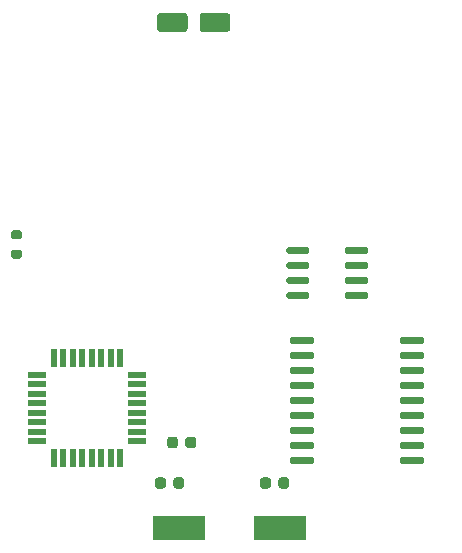
<source format=gbr>
%TF.GenerationSoftware,KiCad,Pcbnew,5.1.9+dfsg1-1+deb11u1*%
%TF.CreationDate,2022-11-12T21:31:23+01:00*%
%TF.ProjectId,ultrasonic_board,756c7472-6173-46f6-9e69-635f626f6172,rev?*%
%TF.SameCoordinates,PX8b48bd0PY4eb9cf0*%
%TF.FileFunction,Paste,Top*%
%TF.FilePolarity,Positive*%
%FSLAX46Y46*%
G04 Gerber Fmt 4.6, Leading zero omitted, Abs format (unit mm)*
G04 Created by KiCad (PCBNEW 5.1.9+dfsg1-1+deb11u1) date 2022-11-12 21:31:23*
%MOMM*%
%LPD*%
G01*
G04 APERTURE LIST*
%ADD10R,1.600000X0.550000*%
%ADD11R,0.550000X1.600000*%
%ADD12R,4.500000X2.000000*%
G04 APERTURE END LIST*
%TO.C,C1*%
G36*
G01*
X7575000Y-13593000D02*
X7575000Y-14093000D01*
G75*
G02*
X7350000Y-14318000I-225000J0D01*
G01*
X6900000Y-14318000D01*
G75*
G02*
X6675000Y-14093000I0J225000D01*
G01*
X6675000Y-13593000D01*
G75*
G02*
X6900000Y-13368000I225000J0D01*
G01*
X7350000Y-13368000D01*
G75*
G02*
X7575000Y-13593000I0J-225000D01*
G01*
G37*
G36*
G01*
X6025000Y-13593000D02*
X6025000Y-14093000D01*
G75*
G02*
X5800000Y-14318000I-225000J0D01*
G01*
X5350000Y-14318000D01*
G75*
G02*
X5125000Y-14093000I0J225000D01*
G01*
X5125000Y-13593000D01*
G75*
G02*
X5350000Y-13368000I225000J0D01*
G01*
X5800000Y-13368000D01*
G75*
G02*
X6025000Y-13593000I0J-225000D01*
G01*
G37*
%TD*%
%TO.C,C2*%
G36*
G01*
X-2865000Y-13593000D02*
X-2865000Y-14093000D01*
G75*
G02*
X-3090000Y-14318000I-225000J0D01*
G01*
X-3540000Y-14318000D01*
G75*
G02*
X-3765000Y-14093000I0J225000D01*
G01*
X-3765000Y-13593000D01*
G75*
G02*
X-3540000Y-13368000I225000J0D01*
G01*
X-3090000Y-13368000D01*
G75*
G02*
X-2865000Y-13593000I0J-225000D01*
G01*
G37*
G36*
G01*
X-1315000Y-13593000D02*
X-1315000Y-14093000D01*
G75*
G02*
X-1540000Y-14318000I-225000J0D01*
G01*
X-1990000Y-14318000D01*
G75*
G02*
X-2215000Y-14093000I0J225000D01*
G01*
X-2215000Y-13593000D01*
G75*
G02*
X-1990000Y-13368000I225000J0D01*
G01*
X-1540000Y-13368000D01*
G75*
G02*
X-1315000Y-13593000I0J-225000D01*
G01*
G37*
%TD*%
%TO.C,C3*%
G36*
G01*
X-3608000Y24596000D02*
X-3608000Y25696000D01*
G75*
G02*
X-3358000Y25946000I250000J0D01*
G01*
X-1258000Y25946000D01*
G75*
G02*
X-1008000Y25696000I0J-250000D01*
G01*
X-1008000Y24596000D01*
G75*
G02*
X-1258000Y24346000I-250000J0D01*
G01*
X-3358000Y24346000D01*
G75*
G02*
X-3608000Y24596000I0J250000D01*
G01*
G37*
G36*
G01*
X-8000Y24596000D02*
X-8000Y25696000D01*
G75*
G02*
X242000Y25946000I250000J0D01*
G01*
X2342000Y25946000D01*
G75*
G02*
X2592000Y25696000I0J-250000D01*
G01*
X2592000Y24596000D01*
G75*
G02*
X2342000Y24346000I-250000J0D01*
G01*
X242000Y24346000D01*
G75*
G02*
X-8000Y24596000I0J250000D01*
G01*
G37*
%TD*%
%TO.C,C4*%
G36*
G01*
X-2749000Y-10664000D02*
X-2749000Y-10164000D01*
G75*
G02*
X-2524000Y-9939000I225000J0D01*
G01*
X-2074000Y-9939000D01*
G75*
G02*
X-1849000Y-10164000I0J-225000D01*
G01*
X-1849000Y-10664000D01*
G75*
G02*
X-2074000Y-10889000I-225000J0D01*
G01*
X-2524000Y-10889000D01*
G75*
G02*
X-2749000Y-10664000I0J225000D01*
G01*
G37*
G36*
G01*
X-1199000Y-10664000D02*
X-1199000Y-10164000D01*
G75*
G02*
X-974000Y-9939000I225000J0D01*
G01*
X-524000Y-9939000D01*
G75*
G02*
X-299000Y-10164000I0J-225000D01*
G01*
X-299000Y-10664000D01*
G75*
G02*
X-524000Y-10889000I-225000J0D01*
G01*
X-974000Y-10889000D01*
G75*
G02*
X-1199000Y-10664000I0J225000D01*
G01*
G37*
%TD*%
%TO.C,R1*%
G36*
G01*
X-15769000Y7575000D02*
X-15219000Y7575000D01*
G75*
G02*
X-15019000Y7375000I0J-200000D01*
G01*
X-15019000Y6975000D01*
G75*
G02*
X-15219000Y6775000I-200000J0D01*
G01*
X-15769000Y6775000D01*
G75*
G02*
X-15969000Y6975000I0J200000D01*
G01*
X-15969000Y7375000D01*
G75*
G02*
X-15769000Y7575000I200000J0D01*
G01*
G37*
G36*
G01*
X-15769000Y5925000D02*
X-15219000Y5925000D01*
G75*
G02*
X-15019000Y5725000I0J-200000D01*
G01*
X-15019000Y5325000D01*
G75*
G02*
X-15219000Y5125000I-200000J0D01*
G01*
X-15769000Y5125000D01*
G75*
G02*
X-15969000Y5325000I0J200000D01*
G01*
X-15969000Y5725000D01*
G75*
G02*
X-15769000Y5925000I200000J0D01*
G01*
G37*
%TD*%
D10*
%TO.C,U1*%
X-5275000Y-10293000D03*
X-5275000Y-9493000D03*
X-5275000Y-8693000D03*
X-5275000Y-7893000D03*
X-5275000Y-7093000D03*
X-5275000Y-6293000D03*
X-5275000Y-5493000D03*
X-5275000Y-4693000D03*
D11*
X-6725000Y-3243000D03*
X-7525000Y-3243000D03*
X-8325000Y-3243000D03*
X-9125000Y-3243000D03*
X-9925000Y-3243000D03*
X-10725000Y-3243000D03*
X-11525000Y-3243000D03*
X-12325000Y-3243000D03*
D10*
X-13775000Y-4693000D03*
X-13775000Y-5493000D03*
X-13775000Y-6293000D03*
X-13775000Y-7093000D03*
X-13775000Y-7893000D03*
X-13775000Y-8693000D03*
X-13775000Y-9493000D03*
X-13775000Y-10293000D03*
D11*
X-12325000Y-11743000D03*
X-11525000Y-11743000D03*
X-10725000Y-11743000D03*
X-9925000Y-11743000D03*
X-9125000Y-11743000D03*
X-8325000Y-11743000D03*
X-7525000Y-11743000D03*
X-6725000Y-11743000D03*
%TD*%
D12*
%TO.C,XTAL*%
X6790000Y-17653000D03*
X-1710000Y-17653000D03*
%TD*%
%TO.C,U2*%
G36*
G01*
X7660000Y-1928000D02*
X7660000Y-1628000D01*
G75*
G02*
X7810000Y-1478000I150000J0D01*
G01*
X9560000Y-1478000D01*
G75*
G02*
X9710000Y-1628000I0J-150000D01*
G01*
X9710000Y-1928000D01*
G75*
G02*
X9560000Y-2078000I-150000J0D01*
G01*
X7810000Y-2078000D01*
G75*
G02*
X7660000Y-1928000I0J150000D01*
G01*
G37*
G36*
G01*
X7660000Y-3198000D02*
X7660000Y-2898000D01*
G75*
G02*
X7810000Y-2748000I150000J0D01*
G01*
X9560000Y-2748000D01*
G75*
G02*
X9710000Y-2898000I0J-150000D01*
G01*
X9710000Y-3198000D01*
G75*
G02*
X9560000Y-3348000I-150000J0D01*
G01*
X7810000Y-3348000D01*
G75*
G02*
X7660000Y-3198000I0J150000D01*
G01*
G37*
G36*
G01*
X7660000Y-4468000D02*
X7660000Y-4168000D01*
G75*
G02*
X7810000Y-4018000I150000J0D01*
G01*
X9560000Y-4018000D01*
G75*
G02*
X9710000Y-4168000I0J-150000D01*
G01*
X9710000Y-4468000D01*
G75*
G02*
X9560000Y-4618000I-150000J0D01*
G01*
X7810000Y-4618000D01*
G75*
G02*
X7660000Y-4468000I0J150000D01*
G01*
G37*
G36*
G01*
X7660000Y-5738000D02*
X7660000Y-5438000D01*
G75*
G02*
X7810000Y-5288000I150000J0D01*
G01*
X9560000Y-5288000D01*
G75*
G02*
X9710000Y-5438000I0J-150000D01*
G01*
X9710000Y-5738000D01*
G75*
G02*
X9560000Y-5888000I-150000J0D01*
G01*
X7810000Y-5888000D01*
G75*
G02*
X7660000Y-5738000I0J150000D01*
G01*
G37*
G36*
G01*
X7660000Y-7008000D02*
X7660000Y-6708000D01*
G75*
G02*
X7810000Y-6558000I150000J0D01*
G01*
X9560000Y-6558000D01*
G75*
G02*
X9710000Y-6708000I0J-150000D01*
G01*
X9710000Y-7008000D01*
G75*
G02*
X9560000Y-7158000I-150000J0D01*
G01*
X7810000Y-7158000D01*
G75*
G02*
X7660000Y-7008000I0J150000D01*
G01*
G37*
G36*
G01*
X7660000Y-8278000D02*
X7660000Y-7978000D01*
G75*
G02*
X7810000Y-7828000I150000J0D01*
G01*
X9560000Y-7828000D01*
G75*
G02*
X9710000Y-7978000I0J-150000D01*
G01*
X9710000Y-8278000D01*
G75*
G02*
X9560000Y-8428000I-150000J0D01*
G01*
X7810000Y-8428000D01*
G75*
G02*
X7660000Y-8278000I0J150000D01*
G01*
G37*
G36*
G01*
X7660000Y-9548000D02*
X7660000Y-9248000D01*
G75*
G02*
X7810000Y-9098000I150000J0D01*
G01*
X9560000Y-9098000D01*
G75*
G02*
X9710000Y-9248000I0J-150000D01*
G01*
X9710000Y-9548000D01*
G75*
G02*
X9560000Y-9698000I-150000J0D01*
G01*
X7810000Y-9698000D01*
G75*
G02*
X7660000Y-9548000I0J150000D01*
G01*
G37*
G36*
G01*
X7660000Y-10818000D02*
X7660000Y-10518000D01*
G75*
G02*
X7810000Y-10368000I150000J0D01*
G01*
X9560000Y-10368000D01*
G75*
G02*
X9710000Y-10518000I0J-150000D01*
G01*
X9710000Y-10818000D01*
G75*
G02*
X9560000Y-10968000I-150000J0D01*
G01*
X7810000Y-10968000D01*
G75*
G02*
X7660000Y-10818000I0J150000D01*
G01*
G37*
G36*
G01*
X7660000Y-12088000D02*
X7660000Y-11788000D01*
G75*
G02*
X7810000Y-11638000I150000J0D01*
G01*
X9560000Y-11638000D01*
G75*
G02*
X9710000Y-11788000I0J-150000D01*
G01*
X9710000Y-12088000D01*
G75*
G02*
X9560000Y-12238000I-150000J0D01*
G01*
X7810000Y-12238000D01*
G75*
G02*
X7660000Y-12088000I0J150000D01*
G01*
G37*
G36*
G01*
X16960000Y-12088000D02*
X16960000Y-11788000D01*
G75*
G02*
X17110000Y-11638000I150000J0D01*
G01*
X18860000Y-11638000D01*
G75*
G02*
X19010000Y-11788000I0J-150000D01*
G01*
X19010000Y-12088000D01*
G75*
G02*
X18860000Y-12238000I-150000J0D01*
G01*
X17110000Y-12238000D01*
G75*
G02*
X16960000Y-12088000I0J150000D01*
G01*
G37*
G36*
G01*
X16960000Y-10818000D02*
X16960000Y-10518000D01*
G75*
G02*
X17110000Y-10368000I150000J0D01*
G01*
X18860000Y-10368000D01*
G75*
G02*
X19010000Y-10518000I0J-150000D01*
G01*
X19010000Y-10818000D01*
G75*
G02*
X18860000Y-10968000I-150000J0D01*
G01*
X17110000Y-10968000D01*
G75*
G02*
X16960000Y-10818000I0J150000D01*
G01*
G37*
G36*
G01*
X16960000Y-9548000D02*
X16960000Y-9248000D01*
G75*
G02*
X17110000Y-9098000I150000J0D01*
G01*
X18860000Y-9098000D01*
G75*
G02*
X19010000Y-9248000I0J-150000D01*
G01*
X19010000Y-9548000D01*
G75*
G02*
X18860000Y-9698000I-150000J0D01*
G01*
X17110000Y-9698000D01*
G75*
G02*
X16960000Y-9548000I0J150000D01*
G01*
G37*
G36*
G01*
X16960000Y-8278000D02*
X16960000Y-7978000D01*
G75*
G02*
X17110000Y-7828000I150000J0D01*
G01*
X18860000Y-7828000D01*
G75*
G02*
X19010000Y-7978000I0J-150000D01*
G01*
X19010000Y-8278000D01*
G75*
G02*
X18860000Y-8428000I-150000J0D01*
G01*
X17110000Y-8428000D01*
G75*
G02*
X16960000Y-8278000I0J150000D01*
G01*
G37*
G36*
G01*
X16960000Y-7008000D02*
X16960000Y-6708000D01*
G75*
G02*
X17110000Y-6558000I150000J0D01*
G01*
X18860000Y-6558000D01*
G75*
G02*
X19010000Y-6708000I0J-150000D01*
G01*
X19010000Y-7008000D01*
G75*
G02*
X18860000Y-7158000I-150000J0D01*
G01*
X17110000Y-7158000D01*
G75*
G02*
X16960000Y-7008000I0J150000D01*
G01*
G37*
G36*
G01*
X16960000Y-5738000D02*
X16960000Y-5438000D01*
G75*
G02*
X17110000Y-5288000I150000J0D01*
G01*
X18860000Y-5288000D01*
G75*
G02*
X19010000Y-5438000I0J-150000D01*
G01*
X19010000Y-5738000D01*
G75*
G02*
X18860000Y-5888000I-150000J0D01*
G01*
X17110000Y-5888000D01*
G75*
G02*
X16960000Y-5738000I0J150000D01*
G01*
G37*
G36*
G01*
X16960000Y-4468000D02*
X16960000Y-4168000D01*
G75*
G02*
X17110000Y-4018000I150000J0D01*
G01*
X18860000Y-4018000D01*
G75*
G02*
X19010000Y-4168000I0J-150000D01*
G01*
X19010000Y-4468000D01*
G75*
G02*
X18860000Y-4618000I-150000J0D01*
G01*
X17110000Y-4618000D01*
G75*
G02*
X16960000Y-4468000I0J150000D01*
G01*
G37*
G36*
G01*
X16960000Y-3198000D02*
X16960000Y-2898000D01*
G75*
G02*
X17110000Y-2748000I150000J0D01*
G01*
X18860000Y-2748000D01*
G75*
G02*
X19010000Y-2898000I0J-150000D01*
G01*
X19010000Y-3198000D01*
G75*
G02*
X18860000Y-3348000I-150000J0D01*
G01*
X17110000Y-3348000D01*
G75*
G02*
X16960000Y-3198000I0J150000D01*
G01*
G37*
G36*
G01*
X16960000Y-1928000D02*
X16960000Y-1628000D01*
G75*
G02*
X17110000Y-1478000I150000J0D01*
G01*
X18860000Y-1478000D01*
G75*
G02*
X19010000Y-1628000I0J-150000D01*
G01*
X19010000Y-1928000D01*
G75*
G02*
X18860000Y-2078000I-150000J0D01*
G01*
X17110000Y-2078000D01*
G75*
G02*
X16960000Y-1928000I0J150000D01*
G01*
G37*
%TD*%
%TO.C,U3*%
G36*
G01*
X7345000Y5692000D02*
X7345000Y5992000D01*
G75*
G02*
X7495000Y6142000I150000J0D01*
G01*
X9145000Y6142000D01*
G75*
G02*
X9295000Y5992000I0J-150000D01*
G01*
X9295000Y5692000D01*
G75*
G02*
X9145000Y5542000I-150000J0D01*
G01*
X7495000Y5542000D01*
G75*
G02*
X7345000Y5692000I0J150000D01*
G01*
G37*
G36*
G01*
X7345000Y4422000D02*
X7345000Y4722000D01*
G75*
G02*
X7495000Y4872000I150000J0D01*
G01*
X9145000Y4872000D01*
G75*
G02*
X9295000Y4722000I0J-150000D01*
G01*
X9295000Y4422000D01*
G75*
G02*
X9145000Y4272000I-150000J0D01*
G01*
X7495000Y4272000D01*
G75*
G02*
X7345000Y4422000I0J150000D01*
G01*
G37*
G36*
G01*
X7345000Y3152000D02*
X7345000Y3452000D01*
G75*
G02*
X7495000Y3602000I150000J0D01*
G01*
X9145000Y3602000D01*
G75*
G02*
X9295000Y3452000I0J-150000D01*
G01*
X9295000Y3152000D01*
G75*
G02*
X9145000Y3002000I-150000J0D01*
G01*
X7495000Y3002000D01*
G75*
G02*
X7345000Y3152000I0J150000D01*
G01*
G37*
G36*
G01*
X7345000Y1882000D02*
X7345000Y2182000D01*
G75*
G02*
X7495000Y2332000I150000J0D01*
G01*
X9145000Y2332000D01*
G75*
G02*
X9295000Y2182000I0J-150000D01*
G01*
X9295000Y1882000D01*
G75*
G02*
X9145000Y1732000I-150000J0D01*
G01*
X7495000Y1732000D01*
G75*
G02*
X7345000Y1882000I0J150000D01*
G01*
G37*
G36*
G01*
X12295000Y1882000D02*
X12295000Y2182000D01*
G75*
G02*
X12445000Y2332000I150000J0D01*
G01*
X14095000Y2332000D01*
G75*
G02*
X14245000Y2182000I0J-150000D01*
G01*
X14245000Y1882000D01*
G75*
G02*
X14095000Y1732000I-150000J0D01*
G01*
X12445000Y1732000D01*
G75*
G02*
X12295000Y1882000I0J150000D01*
G01*
G37*
G36*
G01*
X12295000Y3152000D02*
X12295000Y3452000D01*
G75*
G02*
X12445000Y3602000I150000J0D01*
G01*
X14095000Y3602000D01*
G75*
G02*
X14245000Y3452000I0J-150000D01*
G01*
X14245000Y3152000D01*
G75*
G02*
X14095000Y3002000I-150000J0D01*
G01*
X12445000Y3002000D01*
G75*
G02*
X12295000Y3152000I0J150000D01*
G01*
G37*
G36*
G01*
X12295000Y4422000D02*
X12295000Y4722000D01*
G75*
G02*
X12445000Y4872000I150000J0D01*
G01*
X14095000Y4872000D01*
G75*
G02*
X14245000Y4722000I0J-150000D01*
G01*
X14245000Y4422000D01*
G75*
G02*
X14095000Y4272000I-150000J0D01*
G01*
X12445000Y4272000D01*
G75*
G02*
X12295000Y4422000I0J150000D01*
G01*
G37*
G36*
G01*
X12295000Y5692000D02*
X12295000Y5992000D01*
G75*
G02*
X12445000Y6142000I150000J0D01*
G01*
X14095000Y6142000D01*
G75*
G02*
X14245000Y5992000I0J-150000D01*
G01*
X14245000Y5692000D01*
G75*
G02*
X14095000Y5542000I-150000J0D01*
G01*
X12445000Y5542000D01*
G75*
G02*
X12295000Y5692000I0J150000D01*
G01*
G37*
%TD*%
M02*

</source>
